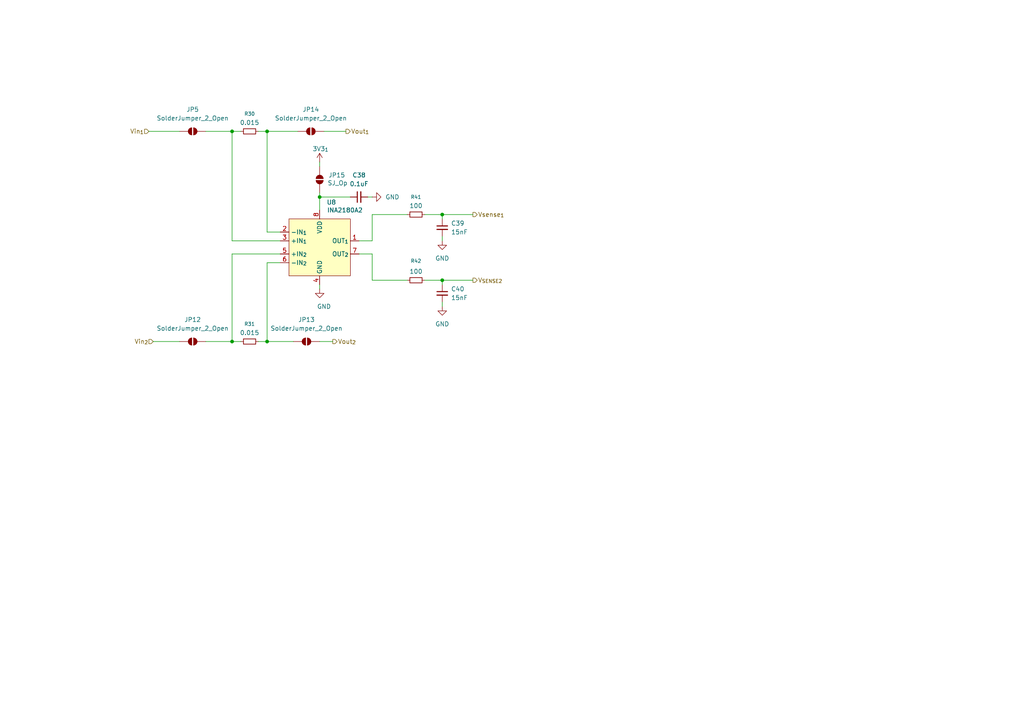
<source format=kicad_sch>
(kicad_sch (version 20250114) (generator "eeschema") (generator_version "9.0")
  (paper "A4")
  (lib_symbols
    (symbol "CompVuelo:INA2180"
      (property "Reference" "U" (at -8.382 9.398 0))
      (property "Value" "INA2180" (at 0 0 0))
      (symbol "INA2180_1_1"
        (rectangle (start -8.89 7.62) (end 8.89 -8.89) (fill (type background)))
        (pin input line (at -11.43 3.81 0) (length 2.54) (name "-IN_{1}") (number "2"))
        (pin input line (at -11.43 1.27 0) (length 2.54) (name "+IN_{1}") (number "3"))
        (pin input line (at -11.43 -2.54 0) (length 2.54) (name "+IN_{2}") (number "5"))
        (pin input line (at -11.43 -5.08 0) (length 2.54) (name "-IN_{2}") (number "6"))
        (pin power_in line (at 0 10.16 270) (length 2.54) (name "VDD") (number "8"))
        (pin passive line (at 0 -11.43 90) (length 2.54) (name "GND") (number "4"))
        (pin output line (at 11.43 1.27 180) (length 2.54) (name "OUT_{1}") (number "1"))
        (pin output line (at 11.43 -2.54 180) (length 2.54) (name "OUT_{2}") (number "7"))
      )
    )
    (symbol "Device:C_Small" (pin_numbers (hide yes)) (pin_names (offset 0.254) (hide yes))
      (property "Reference" "C" (at 0.254 1.778 0))
      (property "Value" "C_Small" (at 0.254 -2.032 0))
      (symbol "C_Small_0_1"
        (polyline (pts (xy -1.524 0.508) (xy 1.524 0.508)) (stroke (width 0.3048)))
        (polyline (pts (xy -1.524 -0.508) (xy 1.524 -0.508)) (stroke (width 0.3302)))
      )
      (symbol "C_Small_1_1"
        (pin passive line (at 0 2.54 270) (length 2.032) (name "~") (number "1"))
        (pin passive line (at 0 -2.54 90) (length 2.032) (name "~") (number "2"))
      )
    )
    (symbol "Device:R_Small" (pin_numbers (hide yes)) (pin_names (offset 0.254) (hide yes))
      (property "Reference" "R" (at 0 0 90))
      (property "Value" "R_Small" (at 1.778 0 90))
      (symbol "R_Small_0_1"
        (rectangle (start -0.762 1.778) (end 0.762 -1.778) (stroke (width 0.2032)))
      )
      (symbol "R_Small_1_1"
        (pin passive line (at 0 2.54 270) (length 0.762) (name "~") (number "1"))
        (pin passive line (at 0 -2.54 90) (length 0.762) (name "~") (number "2"))
      )
    )
    (symbol "Jumper:SolderJumper_2_Open" (pin_numbers (hide yes)) (pin_names (offset 0) (hide yes)) (in_bom no)
      (property "Reference" "JP" (at 0 2.032 0))
      (property "Value" "SolderJumper_2_Open" (at 0 -2.54 0))
      (symbol "SolderJumper_2_Open_0_1"
        (polyline (pts (xy -0.254 1.016) (xy -0.254 -1.016)))
        (arc (start -0.254 -1.016) (mid -1.2656 0) (end -0.254 1.016))
        (arc (start -0.254 -1.016) (mid -1.2656 0) (end -0.254 1.016) (fill (type outline)))
        (arc (start 0.254 1.016) (mid 1.2656 0) (end 0.254 -1.016))
        (arc (start 0.254 1.016) (mid 1.2656 0) (end 0.254 -1.016) (fill (type outline)))
        (polyline (pts (xy 0.254 1.016) (xy 0.254 -1.016)))
      )
      (symbol "SolderJumper_2_Open_1_1"
        (pin passive line (at -3.81 0 0) (length 2.54) (name "A") (number "1"))
        (pin passive line (at 3.81 0 180) (length 2.54) (name "B") (number "2"))
      )
    )
    (symbol "power:+7.5V" (power) (pin_numbers (hide yes)) (pin_names (offset 0) (hide yes))
      (property "Value" "+7.5V" (at 0 3.556 0))
      (symbol "+7.5V_0_1"
        (polyline (pts (xy -0.762 1.27) (xy 0 2.54)))
        (polyline (pts (xy 0 2.54) (xy 0.762 1.27)))
        (polyline (pts (xy 0 0) (xy 0 2.54)))
      )
      (symbol "+7.5V_1_1"
        (pin power_in line (at 0 0 90) (length 0) (name "~") (number "1"))
      )
    )
    (symbol "power:GND" (power) (pin_numbers (hide yes)) (pin_names (offset 0) (hide yes))
      (property "Value" "GND" (at 0 -3.81 0))
      (symbol "GND_0_1"
        (polyline (pts (xy 0 0) (xy 0 -1.27) (xy 1.27 -1.27) (xy 0 -2.54) (xy -1.27 -1.27) (xy 0 -1.27)))
      )
      (symbol "GND_1_1"
        (pin power_in line (at 0 0 270) (length 0) (name "~") (number "1"))
      )
    )
  )
  (junction (at 67.31 38.1))
  (junction (at 77.47 38.1))
  (junction (at 128.27 62.23))
  (junction (at 92.71 57.15))
  (junction (at 77.47 99.06))
  (junction (at 128.27 81.28))
  (junction (at 67.31 99.06))
  (wire (pts (xy 107.95 62.23) (xy 107.95 69.85)))
  (wire (pts (xy 107.95 81.28) (xy 118.11 81.28)))
  (wire (pts (xy 92.71 57.15) (xy 92.71 60.96)))
  (wire (pts (xy 77.47 76.2) (xy 81.28 76.2)))
  (wire (pts (xy 44.45 99.06) (xy 52.07 99.06)))
  (wire (pts (xy 128.27 62.23) (xy 137.16 62.23)))
  (wire (pts (xy 74.93 99.06) (xy 77.47 99.06)))
  (wire (pts (xy 81.28 67.31) (xy 77.47 67.31)))
  (wire (pts (xy 67.31 38.1) (xy 69.85 38.1)))
  (wire (pts (xy 107.95 73.66) (xy 104.14 73.66)))
  (wire (pts (xy 128.27 82.55) (xy 128.27 81.28)))
  (wire (pts (xy 77.47 99.06) (xy 85.09 99.06)))
  (wire (pts (xy 43.18 38.1) (xy 52.07 38.1)))
  (wire (pts (xy 67.31 73.66) (xy 81.28 73.66)))
  (wire (pts (xy 107.95 69.85) (xy 104.14 69.85)))
  (wire (pts (xy 128.27 69.85) (xy 128.27 68.58)))
  (wire (pts (xy 77.47 99.06) (xy 77.47 76.2)))
  (wire (pts (xy 93.98 38.1) (xy 100.33 38.1)))
  (wire (pts (xy 128.27 63.5) (xy 128.27 62.23)))
  (wire (pts (xy 67.31 69.85) (xy 67.31 38.1)))
  (wire (pts (xy 77.47 67.31) (xy 77.47 38.1)))
  (wire (pts (xy 81.28 69.85) (xy 67.31 69.85)))
  (wire (pts (xy 107.95 62.23) (xy 118.11 62.23)))
  (wire (pts (xy 92.71 99.06) (xy 96.52 99.06)))
  (wire (pts (xy 77.47 38.1) (xy 86.36 38.1)))
  (wire (pts (xy 59.69 38.1) (xy 67.31 38.1)))
  (wire (pts (xy 128.27 81.28) (xy 137.16 81.28)))
  (wire (pts (xy 123.19 81.28) (xy 128.27 81.28)))
  (wire (pts (xy 101.6 57.15) (xy 92.71 57.15)))
  (wire (pts (xy 123.19 62.23) (xy 128.27 62.23)))
  (wire (pts (xy 67.31 99.06) (xy 69.85 99.06)))
  (wire (pts (xy 59.69 99.06) (xy 67.31 99.06)))
  (wire (pts (xy 92.71 83.82) (xy 92.71 82.55)))
  (wire (pts (xy 128.27 88.9) (xy 128.27 87.63)))
  (wire (pts (xy 107.95 57.15) (xy 106.68 57.15)))
  (wire (pts (xy 74.93 38.1) (xy 77.47 38.1)))
  (wire (pts (xy 67.31 99.06) (xy 67.31 73.66)))
  (wire (pts (xy 107.95 81.28) (xy 107.95 73.66)))
  (wire (pts (xy 92.71 46.99) (xy 92.71 48.26)))
  (wire (pts (xy 92.71 55.88) (xy 92.71 57.15)))
  (hierarchical_label "Vsense_{1}" (shape output) (at 137.16 62.23 0))
  (hierarchical_label "Vout_{1}" (shape output) (at 100.33 38.1 0))
  (hierarchical_label "Vin_{2}" (shape input) (at 44.45 99.06 180))
  (hierarchical_label "V_{SENSE2}" (shape output) (at 137.16 81.28 0))
  (hierarchical_label "Vin_{1}" (shape input) (at 43.18 38.1 180))
  (hierarchical_label "Vout_{2}" (shape output) (at 96.52 99.06 0))
  (symbol (lib_id "Jumper:SolderJumper_2_Open") (at 92.71 52.07 90) (unit 1) (in_bom no)
    (property "Reference" "JP15" (at 95.25 50.7999 90) (effects (justify right)))
    (property "Value" "SJ_Op" (at 94.996 53.086 90) (effects (justify right)))
    (property "Footprint" "Jumper:SolderJumper-2_P1.3mm_Open_RoundedPad1.0x1.5mm" (effects (hide yes)))
    (property "Description" "Solder Jumper, 2-pole, open" (effects (hide yes)))
  )
  (symbol (lib_id "Jumper:SolderJumper_2_Open") (at 88.9 99.06 0) (unit 1) (in_bom no)
    (property "Reference" "JP13" (at 88.9 92.71 0))
    (property "Value" "SolderJumper_2_Open" (at 88.9 95.25 0))
    (property "Footprint" "Jumper:SolderJumper-2_P1.3mm_Open_RoundedPad1.0x1.5mm" (effects (hide yes)))
    (property "Description" "Solder Jumper, 2-pole, open" (effects (hide yes)))
  )
  (symbol (lib_id "power:GND") (at 128.27 88.9 0) (unit 1)
    (property "Reference" "#PWR079" (effects (hide yes)))
    (property "Value" "GND" (at 128.27 93.98 0))
    (property "Description" "Power symbol creates a global label with name \"GND\" , ground" (effects (hide yes)))
  )
  (symbol (lib_id "Device:R_Small") (at 120.65 81.28 90) (unit 1)
    (property "Reference" "R42" (at 120.65 75.692 90) (effects (font (size 1.016 1.016))))
    (property "Value" "100" (at 120.65 78.74 90))
    (property "Description" "Resistor, small symbol" (effects (hide yes)))
  )
  (symbol (lib_id "Device:C_Small") (at 128.27 85.09 0) (unit 1)
    (property "Reference" "C40" (at 130.81 83.8262 0) (effects (justify left)))
    (property "Value" "15nF" (at 130.81 86.3662 0) (effects (justify left)))
    (property "Description" "Unpolarized capacitor, small symbol" (effects (hide yes)))
  )
  (symbol (lib_id "Device:R_Small") (at 72.39 38.1 90) (unit 1)
    (property "Reference" "R30" (at 72.39 33.02 90) (effects (font (size 1.016 1.016))))
    (property "Value" "0.015" (at 72.39 35.56 90))
    (property "Footprint" "Resistor_SMD:R_1206_3216Metric_Pad1.30x1.75mm_HandSolder" (effects (hide yes)))
    (property "Description" "Resistor, small symbol" (effects (hide yes)))
  )
  (symbol (lib_id "Device:R_Small") (at 120.65 62.23 90) (unit 1)
    (property "Reference" "R41" (at 120.65 57.15 90) (effects (font (size 1.016 1.016))))
    (property "Value" "100" (at 120.65 59.69 90))
    (property "Description" "Resistor, small symbol" (effects (hide yes)))
  )
  (symbol (lib_id "CompVuelo:INA2180") (at 92.71 71.12 0) (unit 1)
    (property "Reference" "U8" (at 94.742 58.674 0) (effects (justify left)))
    (property "Value" "INA2180A2" (at 94.8533 60.96 0) (effects (justify left)))
    (property "Footprint" "Package_SO:Texas_S-PDSO-G8_3x3mm_P0.65mm" (effects (hide yes)))
    (property "Datasheet" "https://www.ti.com/lit/ds/symlink/ina2180.pdf" (effects (hide yes)))
    (property "Description" "Low- and High-Side Voltage Output, Current-Sense Amplifiers" (effects (hide yes)))
  )
  (symbol (lib_id "Device:R_Small") (at 72.39 99.06 90) (unit 1)
    (property "Reference" "R31" (at 72.39 93.98 90) (effects (font (size 1.016 1.016))))
    (property "Value" "0.015" (at 72.39 96.52 90))
    (property "Footprint" "Resistor_SMD:R_1206_3216Metric_Pad1.30x1.75mm_HandSolder" (effects (hide yes)))
    (property "Description" "Resistor, small symbol" (effects (hide yes)))
  )
  (symbol (lib_id "Jumper:SolderJumper_2_Open") (at 55.88 99.06 0) (unit 1) (in_bom no)
    (property "Reference" "JP12" (at 55.88 92.71 0))
    (property "Value" "SolderJumper_2_Open" (at 55.88 95.25 0))
    (property "Footprint" "Jumper:SolderJumper-2_P1.3mm_Open_RoundedPad1.0x1.5mm" (effects (hide yes)))
    (property "Description" "Solder Jumper, 2-pole, open" (effects (hide yes)))
  )
  (symbol (lib_id "Jumper:SolderJumper_2_Open") (at 55.88 38.1 0) (unit 1) (in_bom no)
    (property "Reference" "JP5" (at 55.88 31.75 0))
    (property "Value" "SolderJumper_2_Open" (at 55.88 34.29 0))
    (property "Footprint" "Jumper:SolderJumper-2_P1.3mm_Open_RoundedPad1.0x1.5mm" (effects (hide yes)))
    (property "Description" "Solder Jumper, 2-pole, open" (effects (hide yes)))
  )
  (symbol (lib_id "Jumper:SolderJumper_2_Open") (at 90.17 38.1 0) (unit 1) (in_bom no)
    (property "Reference" "JP14" (at 90.17 31.75 0))
    (property "Value" "SolderJumper_2_Open" (at 90.17 34.29 0))
    (property "Footprint" "Jumper:SolderJumper-2_P1.3mm_Open_RoundedPad1.0x1.5mm" (effects (hide yes)))
    (property "Description" "Solder Jumper, 2-pole, open" (effects (hide yes)))
  )
  (symbol (lib_id "power:GND") (at 107.95 57.15 90) (unit 1)
    (property "Reference" "#PWR077" (effects (hide yes)))
    (property "Value" "GND" (at 111.76 57.1499 90) (effects (justify right)))
    (property "Description" "Power symbol creates a global label with name \"GND\" , ground" (effects (hide yes)))
  )
  (symbol (lib_id "power:+7.5V") (at 92.71 46.99 0) (unit 1)
    (property "Reference" "#PWR061" (effects (hide yes)))
    (property "Value" "3V3_{1}" (at 92.964 43.18 0))
    (property "Description" "Power symbol creates a global label with name \"+7.5V\"" (effects (hide yes)))
  )
  (symbol (lib_id "Device:C_Small") (at 128.27 66.04 0) (unit 1)
    (property "Reference" "C39" (at 130.81 64.7762 0) (effects (justify left)))
    (property "Value" "15nF" (at 130.81 67.3162 0) (effects (justify left)))
    (property "Description" "Unpolarized capacitor, small symbol" (effects (hide yes)))
  )
  (symbol (lib_id "power:GND") (at 128.27 69.85 0) (unit 1)
    (property "Reference" "#PWR078" (effects (hide yes)))
    (property "Value" "GND" (at 128.27 74.93 0))
    (property "Description" "Power symbol creates a global label with name \"GND\" , ground" (effects (hide yes)))
  )
  (symbol (lib_id "Device:C_Small") (at 104.14 57.15 90) (unit 1)
    (property "Reference" "C38" (at 104.1463 50.8 90))
    (property "Value" "0.1uF" (at 104.1463 53.34 90))
    (property "Description" "Unpolarized capacitor, small symbol" (effects (hide yes)))
  )
  (symbol (lib_id "power:GND") (at 92.71 83.82 0) (unit 1)
    (property "Reference" "#PWR062" (effects (hide yes)))
    (property "Value" "GND" (at 93.98 88.9 0))
    (property "Description" "Power symbol creates a global label with name \"GND\" , ground" (effects (hide yes)))
  )
)
</source>
